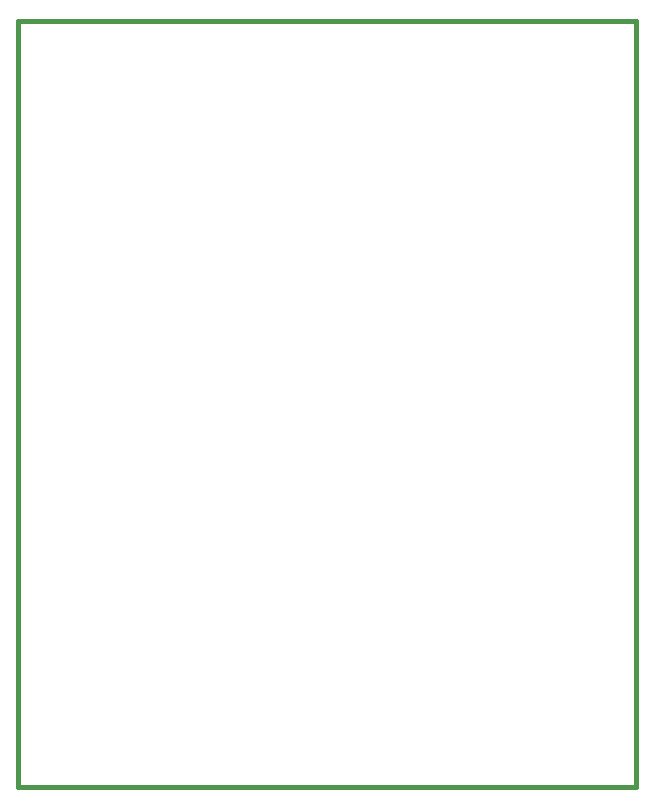
<source format=gbp>
G04 Layer_Color=128*
%FSLAX25Y25*%
%MOIN*%
G70*
G01*
G75*
%ADD21C,0.01500*%
D21*
X100000Y100000D02*
X306000D01*
Y355500D01*
X161500D02*
X306000D01*
X112500D02*
X161500D01*
X102500D02*
X112500D01*
X100000Y100000D02*
Y355500D01*
X102500D01*
M02*

</source>
